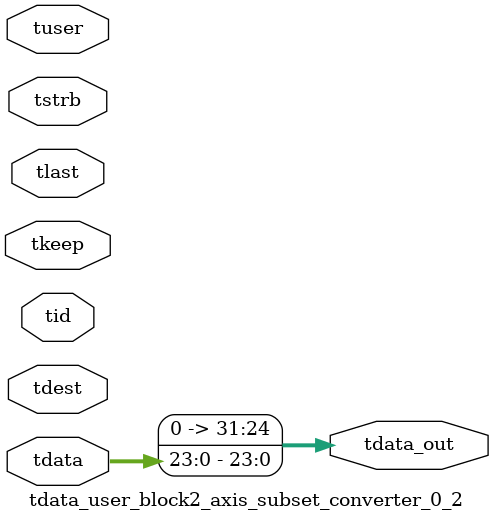
<source format=v>


`timescale 1ps/1ps

module tdata_user_block2_axis_subset_converter_0_2 #
(
parameter C_S_AXIS_TDATA_WIDTH = 32,
parameter C_S_AXIS_TUSER_WIDTH = 0,
parameter C_S_AXIS_TID_WIDTH   = 0,
parameter C_S_AXIS_TDEST_WIDTH = 0,
parameter C_M_AXIS_TDATA_WIDTH = 32
)
(
input  [(C_S_AXIS_TDATA_WIDTH == 0 ? 1 : C_S_AXIS_TDATA_WIDTH)-1:0     ] tdata,
input  [(C_S_AXIS_TUSER_WIDTH == 0 ? 1 : C_S_AXIS_TUSER_WIDTH)-1:0     ] tuser,
input  [(C_S_AXIS_TID_WIDTH   == 0 ? 1 : C_S_AXIS_TID_WIDTH)-1:0       ] tid,
input  [(C_S_AXIS_TDEST_WIDTH == 0 ? 1 : C_S_AXIS_TDEST_WIDTH)-1:0     ] tdest,
input  [(C_S_AXIS_TDATA_WIDTH/8)-1:0 ] tkeep,
input  [(C_S_AXIS_TDATA_WIDTH/8)-1:0 ] tstrb,
input                                                                    tlast,
output [C_M_AXIS_TDATA_WIDTH-1:0] tdata_out
);

assign tdata_out = {tdata[23:0]};

endmodule


</source>
